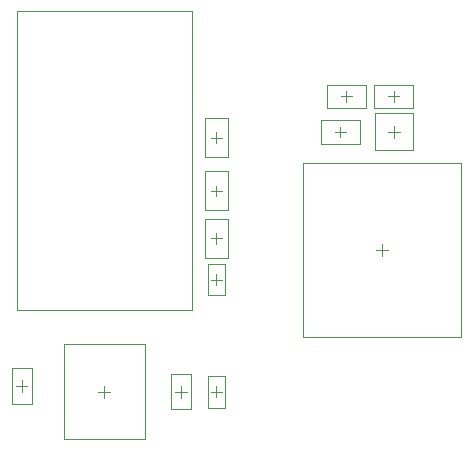
<source format=gbr>
%TF.GenerationSoftware,Altium Limited,Altium Designer,21.2.2 (38)*%
G04 Layer_Color=32768*
%FSLAX26Y26*%
%MOIN*%
%TF.SameCoordinates,75BC83C2-9D79-468A-8CB9-4745F9D1B378*%
%TF.FilePolarity,Positive*%
%TF.FileFunction,Other,Top_Courtyard*%
%TF.Part,Single*%
G01*
G75*
%TA.AperFunction,NonConductor*%
%ADD45C,0.003937*%
%ADD46C,0.001968*%
D45*
X748032Y-492126D02*
Y-452756D01*
X728346Y-472441D02*
X767716D01*
X1104331D02*
X1139764D01*
X1122047Y-490157D02*
Y-454724D01*
Y356299D02*
Y391732D01*
X1104331Y374016D02*
X1139764D01*
X1517716Y393701D02*
X1553150D01*
X1535433Y375984D02*
Y411417D01*
X1537401Y511811D02*
X1572835D01*
X1555118Y494094D02*
Y529528D01*
X1694882Y511811D02*
X1730315D01*
X1712598Y494094D02*
Y529528D01*
X1122047Y179134D02*
Y214567D01*
X1104331Y196850D02*
X1139764D01*
X1692913Y393701D02*
X1732283D01*
X1712598Y374016D02*
Y413386D01*
X1104331Y-98425D02*
X1139764D01*
X1122047Y-116142D02*
Y-80709D01*
Y21654D02*
Y57087D01*
X1104331Y39370D02*
X1139764D01*
D46*
X438976Y-511811D02*
X505906D01*
X438976Y-393701D02*
X505906D01*
X438976Y-511811D02*
Y-393701D01*
X505906Y-511811D02*
Y-393701D01*
X472441Y-472441D02*
Y-433071D01*
X452756Y-452756D02*
X492126D01*
X456693Y-198819D02*
X1039370D01*
Y797244D01*
X456693D02*
X1039370D01*
X456693Y-198819D02*
Y797244D01*
X612205Y-629921D02*
X883858D01*
X612205Y-314961D02*
X883858D01*
X612205Y-629921D02*
Y-314961D01*
X883858Y-629921D02*
Y-314961D01*
X1151575Y-525591D02*
Y-419291D01*
X1092520Y-525591D02*
Y-419291D01*
X1151575D01*
X1092520Y-525591D02*
X1151575D01*
X970472Y-531496D02*
X1037402D01*
X970472Y-413386D02*
X1037402D01*
X970472Y-531496D02*
Y-413386D01*
X1037402Y-531496D02*
Y-413386D01*
X1003937Y-492126D02*
Y-452756D01*
X984252Y-472441D02*
X1023622D01*
X1082677Y309055D02*
X1161417D01*
X1082677Y438976D02*
X1161417D01*
X1082677Y309055D02*
Y438976D01*
X1161417Y309055D02*
Y438976D01*
X1470472Y354331D02*
Y433071D01*
X1600394Y354331D02*
Y433071D01*
X1470472D02*
X1600394D01*
X1470472Y354331D02*
X1600394D01*
X1490157Y472441D02*
Y551181D01*
X1620079Y472441D02*
Y551181D01*
X1490157D02*
X1620079D01*
X1490157Y472441D02*
X1620079D01*
X1777559Y472441D02*
Y551181D01*
X1647638Y472441D02*
Y551181D01*
Y472441D02*
X1777559D01*
X1647638Y551181D02*
X1777559D01*
X1082677Y131890D02*
X1161417D01*
X1082677Y261811D02*
X1161417D01*
X1082677Y131890D02*
Y261811D01*
X1161417Y131890D02*
Y261811D01*
X1775591Y331693D02*
Y455709D01*
X1649606Y331693D02*
Y455709D01*
X1775591D01*
X1649606Y331693D02*
X1775591D01*
X1151575Y-151575D02*
Y-45276D01*
X1092520Y-151575D02*
Y-45276D01*
X1151575D01*
X1092520Y-151575D02*
X1151575D01*
X1673228Y-19685D02*
Y19685D01*
X1653543Y0D02*
X1692913D01*
X1409449Y-290551D02*
X1937008D01*
Y290551D01*
X1409449D02*
X1937008D01*
X1409449Y-290551D02*
Y290551D01*
X1082677Y-25591D02*
X1161417D01*
X1082677Y104331D02*
X1161417D01*
X1082677Y-25591D02*
Y104331D01*
X1161417Y-25591D02*
Y104331D01*
%TF.MD5,ef1eb519fca8185a9e8893be8efa8b83*%
M02*

</source>
